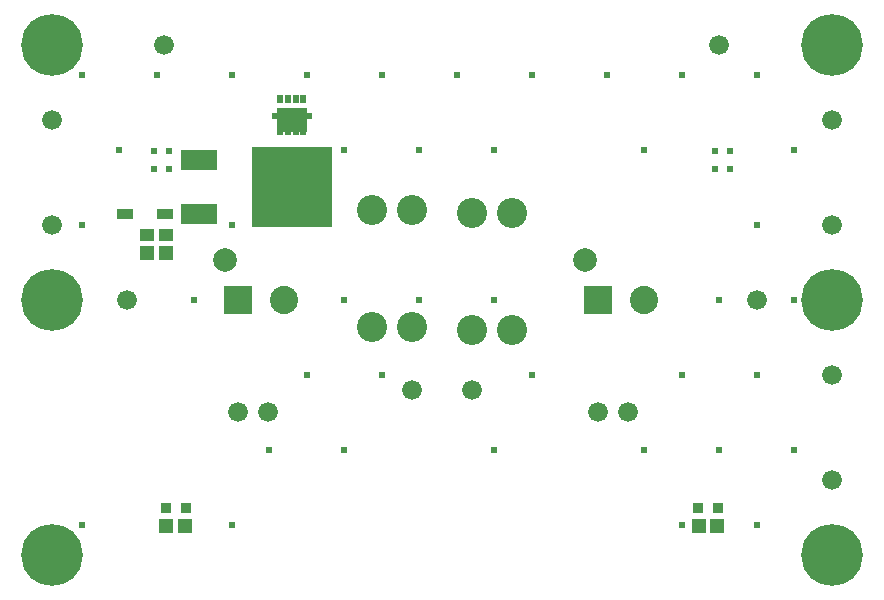
<source format=gts>
G04*
G04 #@! TF.GenerationSoftware,Altium Limited,Altium Designer,24.0.1 (36)*
G04*
G04 Layer_Color=8388736*
%FSLAX44Y44*%
%MOMM*%
G71*
G04*
G04 #@! TF.SameCoordinates,516FB9ED-FB34-4965-85CA-DC03E0874189*
G04*
G04*
G04 #@! TF.FilePolarity,Negative*
G04*
G01*
G75*
%ADD23R,0.9500X0.9500*%
%ADD24R,1.2000X1.1500*%
%ADD25R,0.5500X0.4500*%
%ADD26R,2.6000X2.1300*%
%ADD27R,0.5300X0.5800*%
%ADD28R,0.5000X0.6500*%
%ADD29R,1.1500X1.1000*%
%ADD30R,1.3600X0.8800*%
%ADD31R,3.1500X1.7500*%
%ADD32R,6.8500X6.8500*%
%ADD33C,1.6740*%
%ADD34C,2.5500*%
%ADD35C,2.3900*%
%ADD36R,2.3900X2.3900*%
%ADD37C,2.0100*%
%ADD38C,0.6024*%
%ADD39C,5.2300*%
%ADD40C,0.6072*%
D23*
X-217117Y-284279D02*
D03*
X-233617D02*
D03*
X216996Y-284350D02*
D03*
X233496D02*
D03*
D24*
X-217367Y-299519D02*
D03*
X-233367D02*
D03*
X217246Y-299590D02*
D03*
X233246D02*
D03*
X-233300Y-68580D02*
D03*
X-249300D02*
D03*
D25*
X-136750Y33050D02*
D03*
X-130250D02*
D03*
X-117250D02*
D03*
X-123750D02*
D03*
D26*
X-127000Y44450D02*
D03*
D27*
X-141150Y48050D02*
D03*
X-112850D02*
D03*
D28*
X-136750Y62050D02*
D03*
X-117250Y62050D02*
D03*
X-130250D02*
D03*
X-123750Y62050D02*
D03*
D29*
X-233300Y-53340D02*
D03*
X-249300D02*
D03*
D30*
X-234660Y-35560D02*
D03*
X-268260D02*
D03*
D31*
X-205500Y10160D02*
D03*
Y-35560D02*
D03*
D32*
X-127000Y-12700D02*
D03*
D33*
X330200Y-44450D02*
D03*
X-330200D02*
D03*
Y44450D02*
D03*
X266700Y-107950D02*
D03*
X-266700D02*
D03*
X330200Y44450D02*
D03*
X234950Y107950D02*
D03*
X-234950D02*
D03*
X-147320Y-203200D02*
D03*
X-172720D02*
D03*
X157480D02*
D03*
X132080D02*
D03*
X330200Y-260350D02*
D03*
Y-171450D02*
D03*
X25400Y-184150D02*
D03*
X-25400D02*
D03*
D34*
X-59400Y-130950D02*
D03*
X-25400D02*
D03*
X-59400Y-31750D02*
D03*
X-25400D02*
D03*
X59400Y-34150D02*
D03*
X25400D02*
D03*
X59400Y-133350D02*
D03*
X25400D02*
D03*
D35*
X171450Y-107950D02*
D03*
X-133350D02*
D03*
D36*
X131850D02*
D03*
X-172950D02*
D03*
D37*
X121050Y-73950D02*
D03*
X-183750D02*
D03*
D38*
X-231140Y2540D02*
D03*
Y17780D02*
D03*
X-243840Y2540D02*
D03*
Y17780D02*
D03*
X231140Y2540D02*
D03*
X243840D02*
D03*
Y17780D02*
D03*
X231140D02*
D03*
D39*
X330200Y107950D02*
D03*
X-330200D02*
D03*
Y-107950D02*
D03*
Y-323850D02*
D03*
X330200D02*
D03*
Y-107950D02*
D03*
D40*
X266700Y82550D02*
D03*
X298450Y19050D02*
D03*
X266700Y-44450D02*
D03*
X298450Y-107950D02*
D03*
X266700Y-171450D02*
D03*
X298450Y-234950D02*
D03*
X266700Y-298450D02*
D03*
X203200Y82550D02*
D03*
X234950Y-107950D02*
D03*
X203200Y-171450D02*
D03*
X234950Y-234950D02*
D03*
X203200Y-298450D02*
D03*
X139700Y82550D02*
D03*
X171450Y19050D02*
D03*
Y-234950D02*
D03*
X76200Y82550D02*
D03*
Y-171450D02*
D03*
X12700Y82550D02*
D03*
X44450Y19050D02*
D03*
Y-107950D02*
D03*
Y-234950D02*
D03*
X-50800Y82550D02*
D03*
X-19050Y19050D02*
D03*
Y-107950D02*
D03*
X-50800Y-171450D02*
D03*
X-114300Y82550D02*
D03*
X-82550Y19050D02*
D03*
Y-107950D02*
D03*
X-114300Y-171450D02*
D03*
X-82550Y-234950D02*
D03*
X-177800Y82550D02*
D03*
Y-44450D02*
D03*
X-146050Y-234950D02*
D03*
X-177800Y-298450D02*
D03*
X-241300Y82550D02*
D03*
X-209550Y-107950D02*
D03*
X-304800Y82550D02*
D03*
X-273050Y19050D02*
D03*
X-304800Y-44450D02*
D03*
Y-298450D02*
D03*
M02*

</source>
